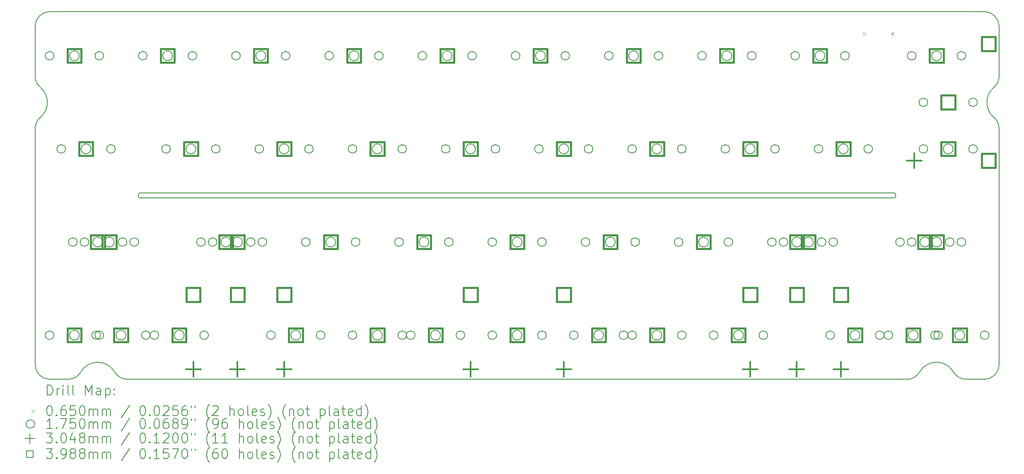
<source format=gbr>
%TF.GenerationSoftware,KiCad,Pcbnew,(6.0.11-0)*%
%TF.CreationDate,2023-07-30T15:38:39+09:00*%
%TF.ProjectId,Tiny Dimply Qazy,54696e79-2044-4696-9d70-6c792051617a,rev?*%
%TF.SameCoordinates,Original*%
%TF.FileFunction,Drillmap*%
%TF.FilePolarity,Positive*%
%FSLAX45Y45*%
G04 Gerber Fmt 4.5, Leading zero omitted, Abs format (unit mm)*
G04 Created by KiCad (PCBNEW (6.0.11-0)) date 2023-07-30 15:38:39*
%MOMM*%
%LPD*%
G01*
G04 APERTURE LIST*
%ADD10C,0.200000*%
%ADD11C,0.065000*%
%ADD12C,0.175000*%
%ADD13C,0.304800*%
%ADD14C,0.398780*%
G04 APERTURE END LIST*
D10*
X8116875Y-10319100D02*
G75*
G03*
X8116875Y-10319100I-100000J0D01*
G01*
X6260937Y-9316597D02*
G75*
G03*
X6230937Y-9346600I3J-30003D01*
G01*
X4418750Y-13126600D02*
X4791282Y-13126600D01*
X12403125Y-12224100D02*
G75*
G03*
X12403125Y-12224100I-100000J0D01*
G01*
X8355000Y-10319100D02*
G75*
G03*
X8355000Y-10319100I-100000J0D01*
G01*
X5743910Y-12976600D02*
G75*
G03*
X5051090Y-12976600I-346410J-200000D01*
G01*
X13117500Y-8414100D02*
G75*
G03*
X13117500Y-8414100I-100000J0D01*
G01*
X19785000Y-10319100D02*
G75*
G03*
X19785000Y-10319100I-100000J0D01*
G01*
X22888912Y-12976599D02*
G75*
G03*
X23148718Y-13126600I259808J149999D01*
G01*
X23821250Y-5906600D02*
G75*
G03*
X23521250Y-5606600I-300000J0D01*
G01*
X8831250Y-6509100D02*
G75*
G03*
X8831250Y-6509100I-100000J0D01*
G01*
X5021250Y-6509100D02*
G75*
G03*
X5021250Y-6509100I-100000J0D01*
G01*
X23148718Y-13126600D02*
X23521250Y-13126600D01*
X16927500Y-8414100D02*
G75*
G03*
X16927500Y-8414100I-100000J0D01*
G01*
X11212500Y-8414100D02*
G75*
G03*
X11212500Y-8414100I-100000J0D01*
G01*
X23521250Y-13126600D02*
G75*
G03*
X23821250Y-12826600I0J300000D01*
G01*
X4225893Y-7767994D02*
G75*
G03*
X4225893Y-7155206I-257143J306394D01*
G01*
X21709062Y-9386600D02*
X21709062Y-9346600D01*
X22642500Y-10319100D02*
G75*
G03*
X22642500Y-10319100I-100000J0D01*
G01*
X4118750Y-6925410D02*
G75*
G03*
X4225893Y-7155206I300000J0D01*
G01*
X22642500Y-6509100D02*
G75*
G03*
X22642500Y-6509100I-100000J0D01*
G01*
X16927500Y-12224100D02*
G75*
G03*
X16927500Y-12224100I-100000J0D01*
G01*
X4225893Y-7767994D02*
G75*
G03*
X4118750Y-7997790I192857J-229796D01*
G01*
X4118750Y-5906600D02*
X4118750Y-6925410D01*
X22166250Y-12224100D02*
G75*
G03*
X22166250Y-12224100I-100000J0D01*
G01*
X12641250Y-6509100D02*
G75*
G03*
X12641250Y-6509100I-100000J0D01*
G01*
X18832500Y-8414100D02*
G75*
G03*
X18832500Y-8414100I-100000J0D01*
G01*
X22404375Y-10319100D02*
G75*
G03*
X22404375Y-10319100I-100000J0D01*
G01*
X4791282Y-13126602D02*
G75*
G03*
X5051090Y-12976600I-2J300002D01*
G01*
X11212500Y-12224100D02*
G75*
G03*
X11212500Y-12224100I-100000J0D01*
G01*
X15736875Y-12224100D02*
G75*
G03*
X15736875Y-12224100I-100000J0D01*
G01*
X23821250Y-12826600D02*
X23821250Y-7997790D01*
X22888910Y-12976600D02*
G75*
G03*
X22196090Y-12976600I-346410J-200000D01*
G01*
X5743912Y-12976599D02*
G75*
G03*
X6003717Y-13126600I259808J149999D01*
G01*
X6260937Y-9416600D02*
X21679062Y-9416600D01*
X20737500Y-8414100D02*
G75*
G03*
X20737500Y-8414100I-100000J0D01*
G01*
X20023125Y-10319100D02*
G75*
G03*
X20023125Y-10319100I-100000J0D01*
G01*
X12165000Y-10319100D02*
G75*
G03*
X12165000Y-10319100I-100000J0D01*
G01*
X5497500Y-10319100D02*
G75*
G03*
X5497500Y-10319100I-100000J0D01*
G01*
X4418750Y-5606600D02*
G75*
G03*
X4118750Y-5906600I0J-300000D01*
G01*
X21709060Y-9346600D02*
G75*
G03*
X21679062Y-9316600I-30000J0D01*
G01*
X16451250Y-6509100D02*
G75*
G03*
X16451250Y-6509100I-100000J0D01*
G01*
X7164375Y-12224100D02*
G75*
G03*
X7164375Y-12224100I-100000J0D01*
G01*
X18594375Y-12224100D02*
G75*
G03*
X18594375Y-12224100I-100000J0D01*
G01*
X14546250Y-6509100D02*
G75*
G03*
X14546250Y-6509100I-100000J0D01*
G01*
X23714107Y-7155206D02*
G75*
G03*
X23821250Y-6925410I-192857J229796D01*
G01*
X6003717Y-13126600D02*
X21936283Y-13126600D01*
X5021250Y-12224100D02*
G75*
G03*
X5021250Y-12224100I-100000J0D01*
G01*
X9307500Y-8414100D02*
G75*
G03*
X9307500Y-8414100I-100000J0D01*
G01*
X23118750Y-12224100D02*
G75*
G03*
X23118750Y-12224100I-100000J0D01*
G01*
X14070000Y-10319100D02*
G75*
G03*
X14070000Y-10319100I-100000J0D01*
G01*
X17880000Y-10319100D02*
G75*
G03*
X17880000Y-10319100I-100000J0D01*
G01*
X20975625Y-12224100D02*
G75*
G03*
X20975625Y-12224100I-100000J0D01*
G01*
X6230937Y-9346600D02*
X6230937Y-9386600D01*
X18356250Y-6509100D02*
G75*
G03*
X18356250Y-6509100I-100000J0D01*
G01*
X23821250Y-7997790D02*
G75*
G03*
X23714107Y-7767994I-300000J0D01*
G01*
X10736250Y-6509100D02*
G75*
G03*
X10736250Y-6509100I-100000J0D01*
G01*
X5973750Y-12224100D02*
G75*
G03*
X5973750Y-12224100I-100000J0D01*
G01*
X4118750Y-12826600D02*
G75*
G03*
X4418750Y-13126600I300000J0D01*
G01*
X10260000Y-10319100D02*
G75*
G03*
X10260000Y-10319100I-100000J0D01*
G01*
X23521250Y-5606600D02*
X4418750Y-5606600D01*
X23821250Y-6925410D02*
X23821250Y-5906600D01*
X15022500Y-8414100D02*
G75*
G03*
X15022500Y-8414100I-100000J0D01*
G01*
X15975000Y-10319100D02*
G75*
G03*
X15975000Y-10319100I-100000J0D01*
G01*
X9545625Y-12224100D02*
G75*
G03*
X9545625Y-12224100I-100000J0D01*
G01*
X6230940Y-9386600D02*
G75*
G03*
X6260937Y-9416600I30000J0D01*
G01*
X5735625Y-10319100D02*
G75*
G03*
X5735625Y-10319100I-100000J0D01*
G01*
X20261250Y-6509100D02*
G75*
G03*
X20261250Y-6509100I-100000J0D01*
G01*
X5259375Y-8414100D02*
G75*
G03*
X5259375Y-8414100I-100000J0D01*
G01*
X21679062Y-9416602D02*
G75*
G03*
X21709062Y-9386600I-2J30002D01*
G01*
X14070000Y-12224100D02*
G75*
G03*
X14070000Y-12224100I-100000J0D01*
G01*
X4118750Y-7997790D02*
X4118750Y-12826600D01*
X7402500Y-8414100D02*
G75*
G03*
X7402500Y-8414100I-100000J0D01*
G01*
X21679062Y-9316600D02*
X6260937Y-9316600D01*
X22880625Y-8414100D02*
G75*
G03*
X22880625Y-8414100I-100000J0D01*
G01*
X6926250Y-6509100D02*
G75*
G03*
X6926250Y-6509100I-100000J0D01*
G01*
X21936283Y-13126602D02*
G75*
G03*
X22196090Y-12976600I-3J300002D01*
G01*
X23714107Y-7155206D02*
G75*
G03*
X23714107Y-7767994I257143J-306394D01*
G01*
D11*
X21030375Y-6021875D02*
X21095375Y-6086875D01*
X21095375Y-6021875D02*
X21030375Y-6086875D01*
X21608375Y-6021875D02*
X21673375Y-6086875D01*
X21673375Y-6021875D02*
X21608375Y-6086875D01*
D12*
X4500750Y-6508750D02*
G75*
G03*
X4500750Y-6508750I-87500J0D01*
G01*
X4500750Y-12223750D02*
G75*
G03*
X4500750Y-12223750I-87500J0D01*
G01*
X4738875Y-8413750D02*
G75*
G03*
X4738875Y-8413750I-87500J0D01*
G01*
X4977000Y-10318750D02*
G75*
G03*
X4977000Y-10318750I-87500J0D01*
G01*
X5215125Y-10318750D02*
G75*
G03*
X5215125Y-10318750I-87500J0D01*
G01*
X5453250Y-12223750D02*
G75*
G03*
X5453250Y-12223750I-87500J0D01*
G01*
X5516750Y-6508750D02*
G75*
G03*
X5516750Y-6508750I-87500J0D01*
G01*
X5516750Y-12223750D02*
G75*
G03*
X5516750Y-12223750I-87500J0D01*
G01*
X5754875Y-8413750D02*
G75*
G03*
X5754875Y-8413750I-87500J0D01*
G01*
X5993000Y-10318750D02*
G75*
G03*
X5993000Y-10318750I-87500J0D01*
G01*
X6231125Y-10318750D02*
G75*
G03*
X6231125Y-10318750I-87500J0D01*
G01*
X6405750Y-6508750D02*
G75*
G03*
X6405750Y-6508750I-87500J0D01*
G01*
X6469250Y-12223750D02*
G75*
G03*
X6469250Y-12223750I-87500J0D01*
G01*
X6643875Y-12223750D02*
G75*
G03*
X6643875Y-12223750I-87500J0D01*
G01*
X6882000Y-8413750D02*
G75*
G03*
X6882000Y-8413750I-87500J0D01*
G01*
X7421750Y-6508750D02*
G75*
G03*
X7421750Y-6508750I-87500J0D01*
G01*
X7596375Y-10318750D02*
G75*
G03*
X7596375Y-10318750I-87500J0D01*
G01*
X7659875Y-12223750D02*
G75*
G03*
X7659875Y-12223750I-87500J0D01*
G01*
X7834500Y-10318750D02*
G75*
G03*
X7834500Y-10318750I-87500J0D01*
G01*
X7898000Y-8413750D02*
G75*
G03*
X7898000Y-8413750I-87500J0D01*
G01*
X8310750Y-6508750D02*
G75*
G03*
X8310750Y-6508750I-87500J0D01*
G01*
X8612375Y-10318750D02*
G75*
G03*
X8612375Y-10318750I-87500J0D01*
G01*
X8787000Y-8413750D02*
G75*
G03*
X8787000Y-8413750I-87500J0D01*
G01*
X8850500Y-10318750D02*
G75*
G03*
X8850500Y-10318750I-87500J0D01*
G01*
X9025125Y-12223750D02*
G75*
G03*
X9025125Y-12223750I-87500J0D01*
G01*
X9326750Y-6508750D02*
G75*
G03*
X9326750Y-6508750I-87500J0D01*
G01*
X9739500Y-10318750D02*
G75*
G03*
X9739500Y-10318750I-87500J0D01*
G01*
X9803000Y-8413750D02*
G75*
G03*
X9803000Y-8413750I-87500J0D01*
G01*
X10041125Y-12223750D02*
G75*
G03*
X10041125Y-12223750I-87500J0D01*
G01*
X10215750Y-6508750D02*
G75*
G03*
X10215750Y-6508750I-87500J0D01*
G01*
X10692000Y-8413750D02*
G75*
G03*
X10692000Y-8413750I-87500J0D01*
G01*
X10692000Y-12223750D02*
G75*
G03*
X10692000Y-12223750I-87500J0D01*
G01*
X10755500Y-10318750D02*
G75*
G03*
X10755500Y-10318750I-87500J0D01*
G01*
X11231750Y-6508750D02*
G75*
G03*
X11231750Y-6508750I-87500J0D01*
G01*
X11644500Y-10318750D02*
G75*
G03*
X11644500Y-10318750I-87500J0D01*
G01*
X11708000Y-8413750D02*
G75*
G03*
X11708000Y-8413750I-87500J0D01*
G01*
X11708000Y-12223750D02*
G75*
G03*
X11708000Y-12223750I-87500J0D01*
G01*
X11882625Y-12223750D02*
G75*
G03*
X11882625Y-12223750I-87500J0D01*
G01*
X12120750Y-6508750D02*
G75*
G03*
X12120750Y-6508750I-87500J0D01*
G01*
X12597000Y-8413750D02*
G75*
G03*
X12597000Y-8413750I-87500J0D01*
G01*
X12660500Y-10318750D02*
G75*
G03*
X12660500Y-10318750I-87500J0D01*
G01*
X12898625Y-12223750D02*
G75*
G03*
X12898625Y-12223750I-87500J0D01*
G01*
X13136750Y-6508750D02*
G75*
G03*
X13136750Y-6508750I-87500J0D01*
G01*
X13549500Y-10318750D02*
G75*
G03*
X13549500Y-10318750I-87500J0D01*
G01*
X13549500Y-12223750D02*
G75*
G03*
X13549500Y-12223750I-87500J0D01*
G01*
X13549500Y-12223750D02*
G75*
G03*
X13549500Y-12223750I-87500J0D01*
G01*
X13613000Y-8413750D02*
G75*
G03*
X13613000Y-8413750I-87500J0D01*
G01*
X14025750Y-6508750D02*
G75*
G03*
X14025750Y-6508750I-87500J0D01*
G01*
X14502000Y-8413750D02*
G75*
G03*
X14502000Y-8413750I-87500J0D01*
G01*
X14565500Y-10318750D02*
G75*
G03*
X14565500Y-10318750I-87500J0D01*
G01*
X14565500Y-12223750D02*
G75*
G03*
X14565500Y-12223750I-87500J0D01*
G01*
X14565500Y-12223750D02*
G75*
G03*
X14565500Y-12223750I-87500J0D01*
G01*
X15041750Y-6508750D02*
G75*
G03*
X15041750Y-6508750I-87500J0D01*
G01*
X15216375Y-12223750D02*
G75*
G03*
X15216375Y-12223750I-87500J0D01*
G01*
X15454500Y-10318750D02*
G75*
G03*
X15454500Y-10318750I-87500J0D01*
G01*
X15518000Y-8413750D02*
G75*
G03*
X15518000Y-8413750I-87500J0D01*
G01*
X15930750Y-6508750D02*
G75*
G03*
X15930750Y-6508750I-87500J0D01*
G01*
X16232375Y-12223750D02*
G75*
G03*
X16232375Y-12223750I-87500J0D01*
G01*
X16407000Y-8413750D02*
G75*
G03*
X16407000Y-8413750I-87500J0D01*
G01*
X16407000Y-12223750D02*
G75*
G03*
X16407000Y-12223750I-87500J0D01*
G01*
X16470500Y-10318750D02*
G75*
G03*
X16470500Y-10318750I-87500J0D01*
G01*
X16946750Y-6508750D02*
G75*
G03*
X16946750Y-6508750I-87500J0D01*
G01*
X17359500Y-10318750D02*
G75*
G03*
X17359500Y-10318750I-87500J0D01*
G01*
X17423000Y-8413750D02*
G75*
G03*
X17423000Y-8413750I-87500J0D01*
G01*
X17423000Y-12223750D02*
G75*
G03*
X17423000Y-12223750I-87500J0D01*
G01*
X17835750Y-6508750D02*
G75*
G03*
X17835750Y-6508750I-87500J0D01*
G01*
X18073875Y-12223750D02*
G75*
G03*
X18073875Y-12223750I-87500J0D01*
G01*
X18312000Y-8413750D02*
G75*
G03*
X18312000Y-8413750I-87500J0D01*
G01*
X18375500Y-10318750D02*
G75*
G03*
X18375500Y-10318750I-87500J0D01*
G01*
X18851750Y-6508750D02*
G75*
G03*
X18851750Y-6508750I-87500J0D01*
G01*
X19089875Y-12223750D02*
G75*
G03*
X19089875Y-12223750I-87500J0D01*
G01*
X19264500Y-10318750D02*
G75*
G03*
X19264500Y-10318750I-87500J0D01*
G01*
X19328000Y-8413750D02*
G75*
G03*
X19328000Y-8413750I-87500J0D01*
G01*
X19502625Y-10318750D02*
G75*
G03*
X19502625Y-10318750I-87500J0D01*
G01*
X19740750Y-6508750D02*
G75*
G03*
X19740750Y-6508750I-87500J0D01*
G01*
X20217000Y-8413750D02*
G75*
G03*
X20217000Y-8413750I-87500J0D01*
G01*
X20280500Y-10318750D02*
G75*
G03*
X20280500Y-10318750I-87500J0D01*
G01*
X20455125Y-12223750D02*
G75*
G03*
X20455125Y-12223750I-87500J0D01*
G01*
X20518625Y-10318750D02*
G75*
G03*
X20518625Y-10318750I-87500J0D01*
G01*
X20756750Y-6508750D02*
G75*
G03*
X20756750Y-6508750I-87500J0D01*
G01*
X21233000Y-8413750D02*
G75*
G03*
X21233000Y-8413750I-87500J0D01*
G01*
X21471125Y-12223750D02*
G75*
G03*
X21471125Y-12223750I-87500J0D01*
G01*
X21645750Y-12223750D02*
G75*
G03*
X21645750Y-12223750I-87500J0D01*
G01*
X21883875Y-10318750D02*
G75*
G03*
X21883875Y-10318750I-87500J0D01*
G01*
X22122000Y-6508750D02*
G75*
G03*
X22122000Y-6508750I-87500J0D01*
G01*
X22122000Y-10318750D02*
G75*
G03*
X22122000Y-10318750I-87500J0D01*
G01*
X22360125Y-7461250D02*
G75*
G03*
X22360125Y-7461250I-87500J0D01*
G01*
X22360125Y-8413750D02*
G75*
G03*
X22360125Y-8413750I-87500J0D01*
G01*
X22598250Y-12223750D02*
G75*
G03*
X22598250Y-12223750I-87500J0D01*
G01*
X22661750Y-12223750D02*
G75*
G03*
X22661750Y-12223750I-87500J0D01*
G01*
X22899875Y-10318750D02*
G75*
G03*
X22899875Y-10318750I-87500J0D01*
G01*
X23138000Y-6508750D02*
G75*
G03*
X23138000Y-6508750I-87500J0D01*
G01*
X23138000Y-10318750D02*
G75*
G03*
X23138000Y-10318750I-87500J0D01*
G01*
X23376125Y-7461250D02*
G75*
G03*
X23376125Y-7461250I-87500J0D01*
G01*
X23376125Y-8413750D02*
G75*
G03*
X23376125Y-8413750I-87500J0D01*
G01*
X23614250Y-12223750D02*
G75*
G03*
X23614250Y-12223750I-87500J0D01*
G01*
D13*
X7352500Y-12769850D02*
X7352500Y-13074650D01*
X7200100Y-12922250D02*
X7504900Y-12922250D01*
X8255000Y-12769850D02*
X8255000Y-13074650D01*
X8102600Y-12922250D02*
X8407400Y-12922250D01*
X9207500Y-12769850D02*
X9207500Y-13074650D01*
X9055100Y-12922250D02*
X9359900Y-12922250D01*
X9207500Y-12769850D02*
X9207500Y-13074650D01*
X9055100Y-12922250D02*
X9359900Y-12922250D01*
X13017500Y-12769850D02*
X13017500Y-13074650D01*
X12865100Y-12922250D02*
X13169900Y-12922250D01*
X14922500Y-12769850D02*
X14922500Y-13074650D01*
X14770100Y-12922250D02*
X15074900Y-12922250D01*
X18732500Y-12769850D02*
X18732500Y-13074650D01*
X18580100Y-12922250D02*
X18884900Y-12922250D01*
X18732500Y-12769850D02*
X18732500Y-13074650D01*
X18580100Y-12922250D02*
X18884900Y-12922250D01*
X19685000Y-12769850D02*
X19685000Y-13074650D01*
X19532600Y-12922250D02*
X19837400Y-12922250D01*
X20587500Y-12769850D02*
X20587500Y-13074650D01*
X20435100Y-12922250D02*
X20739900Y-12922250D01*
X22082125Y-8502650D02*
X22082125Y-8807450D01*
X21929725Y-8655050D02*
X22234525Y-8655050D01*
D14*
X5062241Y-6649741D02*
X5062241Y-6367759D01*
X4780259Y-6367759D01*
X4780259Y-6649741D01*
X5062241Y-6649741D01*
X5062241Y-12364741D02*
X5062241Y-12082759D01*
X4780259Y-12082759D01*
X4780259Y-12364741D01*
X5062241Y-12364741D01*
X5300366Y-8554741D02*
X5300366Y-8272759D01*
X5018384Y-8272759D01*
X5018384Y-8554741D01*
X5300366Y-8554741D01*
X5538491Y-10459741D02*
X5538491Y-10177759D01*
X5256508Y-10177759D01*
X5256508Y-10459741D01*
X5538491Y-10459741D01*
X5776616Y-10459741D02*
X5776616Y-10177759D01*
X5494634Y-10177759D01*
X5494634Y-10459741D01*
X5776616Y-10459741D01*
X6014741Y-12364741D02*
X6014741Y-12082759D01*
X5732759Y-12082759D01*
X5732759Y-12364741D01*
X6014741Y-12364741D01*
X6967241Y-6649741D02*
X6967241Y-6367759D01*
X6685259Y-6367759D01*
X6685259Y-6649741D01*
X6967241Y-6649741D01*
X7205366Y-12364741D02*
X7205366Y-12082759D01*
X6923384Y-12082759D01*
X6923384Y-12364741D01*
X7205366Y-12364741D01*
X7443491Y-8554741D02*
X7443491Y-8272759D01*
X7161509Y-8272759D01*
X7161509Y-8554741D01*
X7443491Y-8554741D01*
X7493491Y-11539241D02*
X7493491Y-11257259D01*
X7211509Y-11257259D01*
X7211509Y-11539241D01*
X7493491Y-11539241D01*
X8157866Y-10459741D02*
X8157866Y-10177759D01*
X7875883Y-10177759D01*
X7875883Y-10459741D01*
X8157866Y-10459741D01*
X8395991Y-10459741D02*
X8395991Y-10177759D01*
X8114009Y-10177759D01*
X8114009Y-10459741D01*
X8395991Y-10459741D01*
X8395991Y-11539241D02*
X8395991Y-11257259D01*
X8114009Y-11257259D01*
X8114009Y-11539241D01*
X8395991Y-11539241D01*
X8872241Y-6649741D02*
X8872241Y-6367759D01*
X8590259Y-6367759D01*
X8590259Y-6649741D01*
X8872241Y-6649741D01*
X9348491Y-8554741D02*
X9348491Y-8272759D01*
X9066509Y-8272759D01*
X9066509Y-8554741D01*
X9348491Y-8554741D01*
X9348491Y-11539241D02*
X9348491Y-11257259D01*
X9066509Y-11257259D01*
X9066509Y-11539241D01*
X9348491Y-11539241D01*
X9348491Y-11539241D02*
X9348491Y-11257259D01*
X9066509Y-11257259D01*
X9066509Y-11539241D01*
X9348491Y-11539241D01*
X9586616Y-12364741D02*
X9586616Y-12082759D01*
X9304634Y-12082759D01*
X9304634Y-12364741D01*
X9586616Y-12364741D01*
X10300991Y-10459741D02*
X10300991Y-10177759D01*
X10019009Y-10177759D01*
X10019009Y-10459741D01*
X10300991Y-10459741D01*
X10777241Y-6649741D02*
X10777241Y-6367759D01*
X10495259Y-6367759D01*
X10495259Y-6649741D01*
X10777241Y-6649741D01*
X11253491Y-8554741D02*
X11253491Y-8272759D01*
X10971509Y-8272759D01*
X10971509Y-8554741D01*
X11253491Y-8554741D01*
X11253491Y-12364741D02*
X11253491Y-12082759D01*
X10971509Y-12082759D01*
X10971509Y-12364741D01*
X11253491Y-12364741D01*
X12205991Y-10459741D02*
X12205991Y-10177759D01*
X11924009Y-10177759D01*
X11924009Y-10459741D01*
X12205991Y-10459741D01*
X12444116Y-12364741D02*
X12444116Y-12082759D01*
X12162134Y-12082759D01*
X12162134Y-12364741D01*
X12444116Y-12364741D01*
X12682241Y-6649741D02*
X12682241Y-6367759D01*
X12400259Y-6367759D01*
X12400259Y-6649741D01*
X12682241Y-6649741D01*
X13158491Y-8554741D02*
X13158491Y-8272759D01*
X12876509Y-8272759D01*
X12876509Y-8554741D01*
X13158491Y-8554741D01*
X13158491Y-11539241D02*
X13158491Y-11257259D01*
X12876509Y-11257259D01*
X12876509Y-11539241D01*
X13158491Y-11539241D01*
X14110991Y-10459741D02*
X14110991Y-10177759D01*
X13829009Y-10177759D01*
X13829009Y-10459741D01*
X14110991Y-10459741D01*
X14110991Y-12364741D02*
X14110991Y-12082759D01*
X13829009Y-12082759D01*
X13829009Y-12364741D01*
X14110991Y-12364741D01*
X14110991Y-12364741D02*
X14110991Y-12082759D01*
X13829009Y-12082759D01*
X13829009Y-12364741D01*
X14110991Y-12364741D01*
X14587241Y-6649741D02*
X14587241Y-6367759D01*
X14305259Y-6367759D01*
X14305259Y-6649741D01*
X14587241Y-6649741D01*
X15063491Y-8554741D02*
X15063491Y-8272759D01*
X14781509Y-8272759D01*
X14781509Y-8554741D01*
X15063491Y-8554741D01*
X15063491Y-11539241D02*
X15063491Y-11257259D01*
X14781509Y-11257259D01*
X14781509Y-11539241D01*
X15063491Y-11539241D01*
X15777866Y-12364741D02*
X15777866Y-12082759D01*
X15495884Y-12082759D01*
X15495884Y-12364741D01*
X15777866Y-12364741D01*
X16015991Y-10459741D02*
X16015991Y-10177759D01*
X15734009Y-10177759D01*
X15734009Y-10459741D01*
X16015991Y-10459741D01*
X16492241Y-6649741D02*
X16492241Y-6367759D01*
X16210259Y-6367759D01*
X16210259Y-6649741D01*
X16492241Y-6649741D01*
X16968491Y-8554741D02*
X16968491Y-8272759D01*
X16686509Y-8272759D01*
X16686509Y-8554741D01*
X16968491Y-8554741D01*
X16968491Y-12364741D02*
X16968491Y-12082759D01*
X16686509Y-12082759D01*
X16686509Y-12364741D01*
X16968491Y-12364741D01*
X17920991Y-10459741D02*
X17920991Y-10177759D01*
X17639009Y-10177759D01*
X17639009Y-10459741D01*
X17920991Y-10459741D01*
X18397241Y-6649741D02*
X18397241Y-6367759D01*
X18115259Y-6367759D01*
X18115259Y-6649741D01*
X18397241Y-6649741D01*
X18635366Y-12364741D02*
X18635366Y-12082759D01*
X18353384Y-12082759D01*
X18353384Y-12364741D01*
X18635366Y-12364741D01*
X18873491Y-8554741D02*
X18873491Y-8272759D01*
X18591509Y-8272759D01*
X18591509Y-8554741D01*
X18873491Y-8554741D01*
X18873491Y-11539241D02*
X18873491Y-11257259D01*
X18591509Y-11257259D01*
X18591509Y-11539241D01*
X18873491Y-11539241D01*
X18873491Y-11539241D02*
X18873491Y-11257259D01*
X18591509Y-11257259D01*
X18591509Y-11539241D01*
X18873491Y-11539241D01*
X19825991Y-10459741D02*
X19825991Y-10177759D01*
X19544009Y-10177759D01*
X19544009Y-10459741D01*
X19825991Y-10459741D01*
X19825991Y-11539241D02*
X19825991Y-11257259D01*
X19544009Y-11257259D01*
X19544009Y-11539241D01*
X19825991Y-11539241D01*
X20064117Y-10459741D02*
X20064117Y-10177759D01*
X19782134Y-10177759D01*
X19782134Y-10459741D01*
X20064117Y-10459741D01*
X20302241Y-6649741D02*
X20302241Y-6367759D01*
X20020259Y-6367759D01*
X20020259Y-6649741D01*
X20302241Y-6649741D01*
X20728491Y-11539241D02*
X20728491Y-11257259D01*
X20446509Y-11257259D01*
X20446509Y-11539241D01*
X20728491Y-11539241D01*
X20778491Y-8554741D02*
X20778491Y-8272759D01*
X20496509Y-8272759D01*
X20496509Y-8554741D01*
X20778491Y-8554741D01*
X21016616Y-12364741D02*
X21016616Y-12082759D01*
X20734634Y-12082759D01*
X20734634Y-12364741D01*
X21016616Y-12364741D01*
X22207241Y-12364741D02*
X22207241Y-12082759D01*
X21925259Y-12082759D01*
X21925259Y-12364741D01*
X22207241Y-12364741D01*
X22445366Y-10459741D02*
X22445366Y-10177759D01*
X22163384Y-10177759D01*
X22163384Y-10459741D01*
X22445366Y-10459741D01*
X22683491Y-6649741D02*
X22683491Y-6367759D01*
X22401509Y-6367759D01*
X22401509Y-6649741D01*
X22683491Y-6649741D01*
X22683492Y-10459741D02*
X22683492Y-10177759D01*
X22401509Y-10177759D01*
X22401509Y-10459741D01*
X22683492Y-10459741D01*
X22921616Y-7602241D02*
X22921616Y-7320259D01*
X22639634Y-7320259D01*
X22639634Y-7602241D01*
X22921616Y-7602241D01*
X22921616Y-8554741D02*
X22921616Y-8272759D01*
X22639634Y-8272759D01*
X22639634Y-8554741D01*
X22921616Y-8554741D01*
X23159741Y-12364741D02*
X23159741Y-12082759D01*
X22877759Y-12082759D01*
X22877759Y-12364741D01*
X23159741Y-12364741D01*
X23747116Y-6408441D02*
X23747116Y-6126459D01*
X23465134Y-6126459D01*
X23465134Y-6408441D01*
X23747116Y-6408441D01*
X23747116Y-8796041D02*
X23747116Y-8514059D01*
X23465134Y-8514059D01*
X23465134Y-8796041D01*
X23747116Y-8796041D01*
D10*
X4366369Y-13447076D02*
X4366369Y-13247076D01*
X4413988Y-13247076D01*
X4442560Y-13256600D01*
X4461607Y-13275647D01*
X4471131Y-13294695D01*
X4480655Y-13332790D01*
X4480655Y-13361362D01*
X4471131Y-13399457D01*
X4461607Y-13418505D01*
X4442560Y-13437552D01*
X4413988Y-13447076D01*
X4366369Y-13447076D01*
X4566369Y-13447076D02*
X4566369Y-13313743D01*
X4566369Y-13351838D02*
X4575893Y-13332790D01*
X4585417Y-13323266D01*
X4604465Y-13313743D01*
X4623512Y-13313743D01*
X4690179Y-13447076D02*
X4690179Y-13313743D01*
X4690179Y-13247076D02*
X4680655Y-13256600D01*
X4690179Y-13266124D01*
X4699703Y-13256600D01*
X4690179Y-13247076D01*
X4690179Y-13266124D01*
X4813988Y-13447076D02*
X4794941Y-13437552D01*
X4785417Y-13418505D01*
X4785417Y-13247076D01*
X4918750Y-13447076D02*
X4899703Y-13437552D01*
X4890179Y-13418505D01*
X4890179Y-13247076D01*
X5147322Y-13447076D02*
X5147322Y-13247076D01*
X5213988Y-13389933D01*
X5280655Y-13247076D01*
X5280655Y-13447076D01*
X5461607Y-13447076D02*
X5461607Y-13342314D01*
X5452084Y-13323266D01*
X5433036Y-13313743D01*
X5394941Y-13313743D01*
X5375893Y-13323266D01*
X5461607Y-13437552D02*
X5442560Y-13447076D01*
X5394941Y-13447076D01*
X5375893Y-13437552D01*
X5366369Y-13418505D01*
X5366369Y-13399457D01*
X5375893Y-13380409D01*
X5394941Y-13370886D01*
X5442560Y-13370886D01*
X5461607Y-13361362D01*
X5556846Y-13313743D02*
X5556846Y-13513743D01*
X5556846Y-13323266D02*
X5575893Y-13313743D01*
X5613988Y-13313743D01*
X5633036Y-13323266D01*
X5642560Y-13332790D01*
X5652084Y-13351838D01*
X5652084Y-13408981D01*
X5642560Y-13428028D01*
X5633036Y-13437552D01*
X5613988Y-13447076D01*
X5575893Y-13447076D01*
X5556846Y-13437552D01*
X5737798Y-13428028D02*
X5747322Y-13437552D01*
X5737798Y-13447076D01*
X5728274Y-13437552D01*
X5737798Y-13428028D01*
X5737798Y-13447076D01*
X5737798Y-13323266D02*
X5747322Y-13332790D01*
X5737798Y-13342314D01*
X5728274Y-13332790D01*
X5737798Y-13323266D01*
X5737798Y-13342314D01*
D11*
X4043750Y-13744100D02*
X4108750Y-13809100D01*
X4108750Y-13744100D02*
X4043750Y-13809100D01*
D10*
X4404465Y-13667076D02*
X4423512Y-13667076D01*
X4442560Y-13676600D01*
X4452084Y-13686124D01*
X4461607Y-13705171D01*
X4471131Y-13743266D01*
X4471131Y-13790886D01*
X4461607Y-13828981D01*
X4452084Y-13848028D01*
X4442560Y-13857552D01*
X4423512Y-13867076D01*
X4404465Y-13867076D01*
X4385417Y-13857552D01*
X4375893Y-13848028D01*
X4366369Y-13828981D01*
X4356846Y-13790886D01*
X4356846Y-13743266D01*
X4366369Y-13705171D01*
X4375893Y-13686124D01*
X4385417Y-13676600D01*
X4404465Y-13667076D01*
X4556846Y-13848028D02*
X4566369Y-13857552D01*
X4556846Y-13867076D01*
X4547322Y-13857552D01*
X4556846Y-13848028D01*
X4556846Y-13867076D01*
X4737798Y-13667076D02*
X4699703Y-13667076D01*
X4680655Y-13676600D01*
X4671131Y-13686124D01*
X4652084Y-13714695D01*
X4642560Y-13752790D01*
X4642560Y-13828981D01*
X4652084Y-13848028D01*
X4661607Y-13857552D01*
X4680655Y-13867076D01*
X4718750Y-13867076D01*
X4737798Y-13857552D01*
X4747322Y-13848028D01*
X4756846Y-13828981D01*
X4756846Y-13781362D01*
X4747322Y-13762314D01*
X4737798Y-13752790D01*
X4718750Y-13743266D01*
X4680655Y-13743266D01*
X4661607Y-13752790D01*
X4652084Y-13762314D01*
X4642560Y-13781362D01*
X4937798Y-13667076D02*
X4842560Y-13667076D01*
X4833036Y-13762314D01*
X4842560Y-13752790D01*
X4861607Y-13743266D01*
X4909226Y-13743266D01*
X4928274Y-13752790D01*
X4937798Y-13762314D01*
X4947322Y-13781362D01*
X4947322Y-13828981D01*
X4937798Y-13848028D01*
X4928274Y-13857552D01*
X4909226Y-13867076D01*
X4861607Y-13867076D01*
X4842560Y-13857552D01*
X4833036Y-13848028D01*
X5071131Y-13667076D02*
X5090179Y-13667076D01*
X5109226Y-13676600D01*
X5118750Y-13686124D01*
X5128274Y-13705171D01*
X5137798Y-13743266D01*
X5137798Y-13790886D01*
X5128274Y-13828981D01*
X5118750Y-13848028D01*
X5109226Y-13857552D01*
X5090179Y-13867076D01*
X5071131Y-13867076D01*
X5052084Y-13857552D01*
X5042560Y-13848028D01*
X5033036Y-13828981D01*
X5023512Y-13790886D01*
X5023512Y-13743266D01*
X5033036Y-13705171D01*
X5042560Y-13686124D01*
X5052084Y-13676600D01*
X5071131Y-13667076D01*
X5223512Y-13867076D02*
X5223512Y-13733743D01*
X5223512Y-13752790D02*
X5233036Y-13743266D01*
X5252084Y-13733743D01*
X5280655Y-13733743D01*
X5299703Y-13743266D01*
X5309226Y-13762314D01*
X5309226Y-13867076D01*
X5309226Y-13762314D02*
X5318750Y-13743266D01*
X5337798Y-13733743D01*
X5366369Y-13733743D01*
X5385417Y-13743266D01*
X5394941Y-13762314D01*
X5394941Y-13867076D01*
X5490179Y-13867076D02*
X5490179Y-13733743D01*
X5490179Y-13752790D02*
X5499703Y-13743266D01*
X5518750Y-13733743D01*
X5547322Y-13733743D01*
X5566369Y-13743266D01*
X5575893Y-13762314D01*
X5575893Y-13867076D01*
X5575893Y-13762314D02*
X5585417Y-13743266D01*
X5604464Y-13733743D01*
X5633036Y-13733743D01*
X5652084Y-13743266D01*
X5661607Y-13762314D01*
X5661607Y-13867076D01*
X6052084Y-13657552D02*
X5880655Y-13914695D01*
X6309226Y-13667076D02*
X6328274Y-13667076D01*
X6347322Y-13676600D01*
X6356845Y-13686124D01*
X6366369Y-13705171D01*
X6375893Y-13743266D01*
X6375893Y-13790886D01*
X6366369Y-13828981D01*
X6356845Y-13848028D01*
X6347322Y-13857552D01*
X6328274Y-13867076D01*
X6309226Y-13867076D01*
X6290179Y-13857552D01*
X6280655Y-13848028D01*
X6271131Y-13828981D01*
X6261607Y-13790886D01*
X6261607Y-13743266D01*
X6271131Y-13705171D01*
X6280655Y-13686124D01*
X6290179Y-13676600D01*
X6309226Y-13667076D01*
X6461607Y-13848028D02*
X6471131Y-13857552D01*
X6461607Y-13867076D01*
X6452084Y-13857552D01*
X6461607Y-13848028D01*
X6461607Y-13867076D01*
X6594941Y-13667076D02*
X6613988Y-13667076D01*
X6633036Y-13676600D01*
X6642560Y-13686124D01*
X6652084Y-13705171D01*
X6661607Y-13743266D01*
X6661607Y-13790886D01*
X6652084Y-13828981D01*
X6642560Y-13848028D01*
X6633036Y-13857552D01*
X6613988Y-13867076D01*
X6594941Y-13867076D01*
X6575893Y-13857552D01*
X6566369Y-13848028D01*
X6556845Y-13828981D01*
X6547322Y-13790886D01*
X6547322Y-13743266D01*
X6556845Y-13705171D01*
X6566369Y-13686124D01*
X6575893Y-13676600D01*
X6594941Y-13667076D01*
X6737798Y-13686124D02*
X6747322Y-13676600D01*
X6766369Y-13667076D01*
X6813988Y-13667076D01*
X6833036Y-13676600D01*
X6842560Y-13686124D01*
X6852084Y-13705171D01*
X6852084Y-13724219D01*
X6842560Y-13752790D01*
X6728274Y-13867076D01*
X6852084Y-13867076D01*
X7033036Y-13667076D02*
X6937798Y-13667076D01*
X6928274Y-13762314D01*
X6937798Y-13752790D01*
X6956845Y-13743266D01*
X7004464Y-13743266D01*
X7023512Y-13752790D01*
X7033036Y-13762314D01*
X7042560Y-13781362D01*
X7042560Y-13828981D01*
X7033036Y-13848028D01*
X7023512Y-13857552D01*
X7004464Y-13867076D01*
X6956845Y-13867076D01*
X6937798Y-13857552D01*
X6928274Y-13848028D01*
X7213988Y-13667076D02*
X7175893Y-13667076D01*
X7156845Y-13676600D01*
X7147322Y-13686124D01*
X7128274Y-13714695D01*
X7118750Y-13752790D01*
X7118750Y-13828981D01*
X7128274Y-13848028D01*
X7137798Y-13857552D01*
X7156845Y-13867076D01*
X7194941Y-13867076D01*
X7213988Y-13857552D01*
X7223512Y-13848028D01*
X7233036Y-13828981D01*
X7233036Y-13781362D01*
X7223512Y-13762314D01*
X7213988Y-13752790D01*
X7194941Y-13743266D01*
X7156845Y-13743266D01*
X7137798Y-13752790D01*
X7128274Y-13762314D01*
X7118750Y-13781362D01*
X7309226Y-13667076D02*
X7309226Y-13705171D01*
X7385417Y-13667076D02*
X7385417Y-13705171D01*
X7680655Y-13943266D02*
X7671131Y-13933743D01*
X7652084Y-13905171D01*
X7642560Y-13886124D01*
X7633036Y-13857552D01*
X7623512Y-13809933D01*
X7623512Y-13771838D01*
X7633036Y-13724219D01*
X7642560Y-13695647D01*
X7652084Y-13676600D01*
X7671131Y-13648028D01*
X7680655Y-13638505D01*
X7747322Y-13686124D02*
X7756845Y-13676600D01*
X7775893Y-13667076D01*
X7823512Y-13667076D01*
X7842560Y-13676600D01*
X7852084Y-13686124D01*
X7861607Y-13705171D01*
X7861607Y-13724219D01*
X7852084Y-13752790D01*
X7737798Y-13867076D01*
X7861607Y-13867076D01*
X8099703Y-13867076D02*
X8099703Y-13667076D01*
X8185417Y-13867076D02*
X8185417Y-13762314D01*
X8175893Y-13743266D01*
X8156845Y-13733743D01*
X8128274Y-13733743D01*
X8109226Y-13743266D01*
X8099703Y-13752790D01*
X8309226Y-13867076D02*
X8290179Y-13857552D01*
X8280655Y-13848028D01*
X8271131Y-13828981D01*
X8271131Y-13771838D01*
X8280655Y-13752790D01*
X8290179Y-13743266D01*
X8309226Y-13733743D01*
X8337798Y-13733743D01*
X8356845Y-13743266D01*
X8366369Y-13752790D01*
X8375893Y-13771838D01*
X8375893Y-13828981D01*
X8366369Y-13848028D01*
X8356845Y-13857552D01*
X8337798Y-13867076D01*
X8309226Y-13867076D01*
X8490179Y-13867076D02*
X8471131Y-13857552D01*
X8461607Y-13838505D01*
X8461607Y-13667076D01*
X8642560Y-13857552D02*
X8623512Y-13867076D01*
X8585417Y-13867076D01*
X8566369Y-13857552D01*
X8556846Y-13838505D01*
X8556846Y-13762314D01*
X8566369Y-13743266D01*
X8585417Y-13733743D01*
X8623512Y-13733743D01*
X8642560Y-13743266D01*
X8652084Y-13762314D01*
X8652084Y-13781362D01*
X8556846Y-13800409D01*
X8728274Y-13857552D02*
X8747322Y-13867076D01*
X8785417Y-13867076D01*
X8804465Y-13857552D01*
X8813988Y-13838505D01*
X8813988Y-13828981D01*
X8804465Y-13809933D01*
X8785417Y-13800409D01*
X8756846Y-13800409D01*
X8737798Y-13790886D01*
X8728274Y-13771838D01*
X8728274Y-13762314D01*
X8737798Y-13743266D01*
X8756846Y-13733743D01*
X8785417Y-13733743D01*
X8804465Y-13743266D01*
X8880655Y-13943266D02*
X8890179Y-13933743D01*
X8909226Y-13905171D01*
X8918750Y-13886124D01*
X8928274Y-13857552D01*
X8937798Y-13809933D01*
X8937798Y-13771838D01*
X8928274Y-13724219D01*
X8918750Y-13695647D01*
X8909226Y-13676600D01*
X8890179Y-13648028D01*
X8880655Y-13638505D01*
X9242560Y-13943266D02*
X9233036Y-13933743D01*
X9213988Y-13905171D01*
X9204465Y-13886124D01*
X9194941Y-13857552D01*
X9185417Y-13809933D01*
X9185417Y-13771838D01*
X9194941Y-13724219D01*
X9204465Y-13695647D01*
X9213988Y-13676600D01*
X9233036Y-13648028D01*
X9242560Y-13638505D01*
X9318750Y-13733743D02*
X9318750Y-13867076D01*
X9318750Y-13752790D02*
X9328274Y-13743266D01*
X9347322Y-13733743D01*
X9375893Y-13733743D01*
X9394941Y-13743266D01*
X9404465Y-13762314D01*
X9404465Y-13867076D01*
X9528274Y-13867076D02*
X9509226Y-13857552D01*
X9499703Y-13848028D01*
X9490179Y-13828981D01*
X9490179Y-13771838D01*
X9499703Y-13752790D01*
X9509226Y-13743266D01*
X9528274Y-13733743D01*
X9556846Y-13733743D01*
X9575893Y-13743266D01*
X9585417Y-13752790D01*
X9594941Y-13771838D01*
X9594941Y-13828981D01*
X9585417Y-13848028D01*
X9575893Y-13857552D01*
X9556846Y-13867076D01*
X9528274Y-13867076D01*
X9652084Y-13733743D02*
X9728274Y-13733743D01*
X9680655Y-13667076D02*
X9680655Y-13838505D01*
X9690179Y-13857552D01*
X9709226Y-13867076D01*
X9728274Y-13867076D01*
X9947322Y-13733743D02*
X9947322Y-13933743D01*
X9947322Y-13743266D02*
X9966369Y-13733743D01*
X10004465Y-13733743D01*
X10023512Y-13743266D01*
X10033036Y-13752790D01*
X10042560Y-13771838D01*
X10042560Y-13828981D01*
X10033036Y-13848028D01*
X10023512Y-13857552D01*
X10004465Y-13867076D01*
X9966369Y-13867076D01*
X9947322Y-13857552D01*
X10156846Y-13867076D02*
X10137798Y-13857552D01*
X10128274Y-13838505D01*
X10128274Y-13667076D01*
X10318750Y-13867076D02*
X10318750Y-13762314D01*
X10309226Y-13743266D01*
X10290179Y-13733743D01*
X10252084Y-13733743D01*
X10233036Y-13743266D01*
X10318750Y-13857552D02*
X10299703Y-13867076D01*
X10252084Y-13867076D01*
X10233036Y-13857552D01*
X10223512Y-13838505D01*
X10223512Y-13819457D01*
X10233036Y-13800409D01*
X10252084Y-13790886D01*
X10299703Y-13790886D01*
X10318750Y-13781362D01*
X10385417Y-13733743D02*
X10461607Y-13733743D01*
X10413988Y-13667076D02*
X10413988Y-13838505D01*
X10423512Y-13857552D01*
X10442560Y-13867076D01*
X10461607Y-13867076D01*
X10604465Y-13857552D02*
X10585417Y-13867076D01*
X10547322Y-13867076D01*
X10528274Y-13857552D01*
X10518750Y-13838505D01*
X10518750Y-13762314D01*
X10528274Y-13743266D01*
X10547322Y-13733743D01*
X10585417Y-13733743D01*
X10604465Y-13743266D01*
X10613988Y-13762314D01*
X10613988Y-13781362D01*
X10518750Y-13800409D01*
X10785417Y-13867076D02*
X10785417Y-13667076D01*
X10785417Y-13857552D02*
X10766369Y-13867076D01*
X10728274Y-13867076D01*
X10709226Y-13857552D01*
X10699703Y-13848028D01*
X10690179Y-13828981D01*
X10690179Y-13771838D01*
X10699703Y-13752790D01*
X10709226Y-13743266D01*
X10728274Y-13733743D01*
X10766369Y-13733743D01*
X10785417Y-13743266D01*
X10861607Y-13943266D02*
X10871131Y-13933743D01*
X10890179Y-13905171D01*
X10899703Y-13886124D01*
X10909226Y-13857552D01*
X10918750Y-13809933D01*
X10918750Y-13771838D01*
X10909226Y-13724219D01*
X10899703Y-13695647D01*
X10890179Y-13676600D01*
X10871131Y-13648028D01*
X10861607Y-13638505D01*
D12*
X4108750Y-14040600D02*
G75*
G03*
X4108750Y-14040600I-87500J0D01*
G01*
D10*
X4471131Y-14131076D02*
X4356846Y-14131076D01*
X4413988Y-14131076D02*
X4413988Y-13931076D01*
X4394941Y-13959647D01*
X4375893Y-13978695D01*
X4356846Y-13988219D01*
X4556846Y-14112028D02*
X4566369Y-14121552D01*
X4556846Y-14131076D01*
X4547322Y-14121552D01*
X4556846Y-14112028D01*
X4556846Y-14131076D01*
X4633036Y-13931076D02*
X4766369Y-13931076D01*
X4680655Y-14131076D01*
X4937798Y-13931076D02*
X4842560Y-13931076D01*
X4833036Y-14026314D01*
X4842560Y-14016790D01*
X4861607Y-14007266D01*
X4909226Y-14007266D01*
X4928274Y-14016790D01*
X4937798Y-14026314D01*
X4947322Y-14045362D01*
X4947322Y-14092981D01*
X4937798Y-14112028D01*
X4928274Y-14121552D01*
X4909226Y-14131076D01*
X4861607Y-14131076D01*
X4842560Y-14121552D01*
X4833036Y-14112028D01*
X5071131Y-13931076D02*
X5090179Y-13931076D01*
X5109226Y-13940600D01*
X5118750Y-13950124D01*
X5128274Y-13969171D01*
X5137798Y-14007266D01*
X5137798Y-14054886D01*
X5128274Y-14092981D01*
X5118750Y-14112028D01*
X5109226Y-14121552D01*
X5090179Y-14131076D01*
X5071131Y-14131076D01*
X5052084Y-14121552D01*
X5042560Y-14112028D01*
X5033036Y-14092981D01*
X5023512Y-14054886D01*
X5023512Y-14007266D01*
X5033036Y-13969171D01*
X5042560Y-13950124D01*
X5052084Y-13940600D01*
X5071131Y-13931076D01*
X5223512Y-14131076D02*
X5223512Y-13997743D01*
X5223512Y-14016790D02*
X5233036Y-14007266D01*
X5252084Y-13997743D01*
X5280655Y-13997743D01*
X5299703Y-14007266D01*
X5309226Y-14026314D01*
X5309226Y-14131076D01*
X5309226Y-14026314D02*
X5318750Y-14007266D01*
X5337798Y-13997743D01*
X5366369Y-13997743D01*
X5385417Y-14007266D01*
X5394941Y-14026314D01*
X5394941Y-14131076D01*
X5490179Y-14131076D02*
X5490179Y-13997743D01*
X5490179Y-14016790D02*
X5499703Y-14007266D01*
X5518750Y-13997743D01*
X5547322Y-13997743D01*
X5566369Y-14007266D01*
X5575893Y-14026314D01*
X5575893Y-14131076D01*
X5575893Y-14026314D02*
X5585417Y-14007266D01*
X5604464Y-13997743D01*
X5633036Y-13997743D01*
X5652084Y-14007266D01*
X5661607Y-14026314D01*
X5661607Y-14131076D01*
X6052084Y-13921552D02*
X5880655Y-14178695D01*
X6309226Y-13931076D02*
X6328274Y-13931076D01*
X6347322Y-13940600D01*
X6356845Y-13950124D01*
X6366369Y-13969171D01*
X6375893Y-14007266D01*
X6375893Y-14054886D01*
X6366369Y-14092981D01*
X6356845Y-14112028D01*
X6347322Y-14121552D01*
X6328274Y-14131076D01*
X6309226Y-14131076D01*
X6290179Y-14121552D01*
X6280655Y-14112028D01*
X6271131Y-14092981D01*
X6261607Y-14054886D01*
X6261607Y-14007266D01*
X6271131Y-13969171D01*
X6280655Y-13950124D01*
X6290179Y-13940600D01*
X6309226Y-13931076D01*
X6461607Y-14112028D02*
X6471131Y-14121552D01*
X6461607Y-14131076D01*
X6452084Y-14121552D01*
X6461607Y-14112028D01*
X6461607Y-14131076D01*
X6594941Y-13931076D02*
X6613988Y-13931076D01*
X6633036Y-13940600D01*
X6642560Y-13950124D01*
X6652084Y-13969171D01*
X6661607Y-14007266D01*
X6661607Y-14054886D01*
X6652084Y-14092981D01*
X6642560Y-14112028D01*
X6633036Y-14121552D01*
X6613988Y-14131076D01*
X6594941Y-14131076D01*
X6575893Y-14121552D01*
X6566369Y-14112028D01*
X6556845Y-14092981D01*
X6547322Y-14054886D01*
X6547322Y-14007266D01*
X6556845Y-13969171D01*
X6566369Y-13950124D01*
X6575893Y-13940600D01*
X6594941Y-13931076D01*
X6833036Y-13931076D02*
X6794941Y-13931076D01*
X6775893Y-13940600D01*
X6766369Y-13950124D01*
X6747322Y-13978695D01*
X6737798Y-14016790D01*
X6737798Y-14092981D01*
X6747322Y-14112028D01*
X6756845Y-14121552D01*
X6775893Y-14131076D01*
X6813988Y-14131076D01*
X6833036Y-14121552D01*
X6842560Y-14112028D01*
X6852084Y-14092981D01*
X6852084Y-14045362D01*
X6842560Y-14026314D01*
X6833036Y-14016790D01*
X6813988Y-14007266D01*
X6775893Y-14007266D01*
X6756845Y-14016790D01*
X6747322Y-14026314D01*
X6737798Y-14045362D01*
X6966369Y-14016790D02*
X6947322Y-14007266D01*
X6937798Y-13997743D01*
X6928274Y-13978695D01*
X6928274Y-13969171D01*
X6937798Y-13950124D01*
X6947322Y-13940600D01*
X6966369Y-13931076D01*
X7004464Y-13931076D01*
X7023512Y-13940600D01*
X7033036Y-13950124D01*
X7042560Y-13969171D01*
X7042560Y-13978695D01*
X7033036Y-13997743D01*
X7023512Y-14007266D01*
X7004464Y-14016790D01*
X6966369Y-14016790D01*
X6947322Y-14026314D01*
X6937798Y-14035838D01*
X6928274Y-14054886D01*
X6928274Y-14092981D01*
X6937798Y-14112028D01*
X6947322Y-14121552D01*
X6966369Y-14131076D01*
X7004464Y-14131076D01*
X7023512Y-14121552D01*
X7033036Y-14112028D01*
X7042560Y-14092981D01*
X7042560Y-14054886D01*
X7033036Y-14035838D01*
X7023512Y-14026314D01*
X7004464Y-14016790D01*
X7137798Y-14131076D02*
X7175893Y-14131076D01*
X7194941Y-14121552D01*
X7204464Y-14112028D01*
X7223512Y-14083457D01*
X7233036Y-14045362D01*
X7233036Y-13969171D01*
X7223512Y-13950124D01*
X7213988Y-13940600D01*
X7194941Y-13931076D01*
X7156845Y-13931076D01*
X7137798Y-13940600D01*
X7128274Y-13950124D01*
X7118750Y-13969171D01*
X7118750Y-14016790D01*
X7128274Y-14035838D01*
X7137798Y-14045362D01*
X7156845Y-14054886D01*
X7194941Y-14054886D01*
X7213988Y-14045362D01*
X7223512Y-14035838D01*
X7233036Y-14016790D01*
X7309226Y-13931076D02*
X7309226Y-13969171D01*
X7385417Y-13931076D02*
X7385417Y-13969171D01*
X7680655Y-14207266D02*
X7671131Y-14197743D01*
X7652084Y-14169171D01*
X7642560Y-14150124D01*
X7633036Y-14121552D01*
X7623512Y-14073933D01*
X7623512Y-14035838D01*
X7633036Y-13988219D01*
X7642560Y-13959647D01*
X7652084Y-13940600D01*
X7671131Y-13912028D01*
X7680655Y-13902505D01*
X7766369Y-14131076D02*
X7804464Y-14131076D01*
X7823512Y-14121552D01*
X7833036Y-14112028D01*
X7852084Y-14083457D01*
X7861607Y-14045362D01*
X7861607Y-13969171D01*
X7852084Y-13950124D01*
X7842560Y-13940600D01*
X7823512Y-13931076D01*
X7785417Y-13931076D01*
X7766369Y-13940600D01*
X7756845Y-13950124D01*
X7747322Y-13969171D01*
X7747322Y-14016790D01*
X7756845Y-14035838D01*
X7766369Y-14045362D01*
X7785417Y-14054886D01*
X7823512Y-14054886D01*
X7842560Y-14045362D01*
X7852084Y-14035838D01*
X7861607Y-14016790D01*
X8033036Y-13931076D02*
X7994941Y-13931076D01*
X7975893Y-13940600D01*
X7966369Y-13950124D01*
X7947322Y-13978695D01*
X7937798Y-14016790D01*
X7937798Y-14092981D01*
X7947322Y-14112028D01*
X7956845Y-14121552D01*
X7975893Y-14131076D01*
X8013988Y-14131076D01*
X8033036Y-14121552D01*
X8042560Y-14112028D01*
X8052084Y-14092981D01*
X8052084Y-14045362D01*
X8042560Y-14026314D01*
X8033036Y-14016790D01*
X8013988Y-14007266D01*
X7975893Y-14007266D01*
X7956845Y-14016790D01*
X7947322Y-14026314D01*
X7937798Y-14045362D01*
X8290179Y-14131076D02*
X8290179Y-13931076D01*
X8375893Y-14131076D02*
X8375893Y-14026314D01*
X8366369Y-14007266D01*
X8347322Y-13997743D01*
X8318750Y-13997743D01*
X8299703Y-14007266D01*
X8290179Y-14016790D01*
X8499703Y-14131076D02*
X8480655Y-14121552D01*
X8471131Y-14112028D01*
X8461607Y-14092981D01*
X8461607Y-14035838D01*
X8471131Y-14016790D01*
X8480655Y-14007266D01*
X8499703Y-13997743D01*
X8528274Y-13997743D01*
X8547322Y-14007266D01*
X8556846Y-14016790D01*
X8566369Y-14035838D01*
X8566369Y-14092981D01*
X8556846Y-14112028D01*
X8547322Y-14121552D01*
X8528274Y-14131076D01*
X8499703Y-14131076D01*
X8680655Y-14131076D02*
X8661607Y-14121552D01*
X8652084Y-14102505D01*
X8652084Y-13931076D01*
X8833036Y-14121552D02*
X8813988Y-14131076D01*
X8775893Y-14131076D01*
X8756846Y-14121552D01*
X8747322Y-14102505D01*
X8747322Y-14026314D01*
X8756846Y-14007266D01*
X8775893Y-13997743D01*
X8813988Y-13997743D01*
X8833036Y-14007266D01*
X8842560Y-14026314D01*
X8842560Y-14045362D01*
X8747322Y-14064409D01*
X8918750Y-14121552D02*
X8937798Y-14131076D01*
X8975893Y-14131076D01*
X8994941Y-14121552D01*
X9004465Y-14102505D01*
X9004465Y-14092981D01*
X8994941Y-14073933D01*
X8975893Y-14064409D01*
X8947322Y-14064409D01*
X8928274Y-14054886D01*
X8918750Y-14035838D01*
X8918750Y-14026314D01*
X8928274Y-14007266D01*
X8947322Y-13997743D01*
X8975893Y-13997743D01*
X8994941Y-14007266D01*
X9071131Y-14207266D02*
X9080655Y-14197743D01*
X9099703Y-14169171D01*
X9109226Y-14150124D01*
X9118750Y-14121552D01*
X9128274Y-14073933D01*
X9128274Y-14035838D01*
X9118750Y-13988219D01*
X9109226Y-13959647D01*
X9099703Y-13940600D01*
X9080655Y-13912028D01*
X9071131Y-13902505D01*
X9433036Y-14207266D02*
X9423512Y-14197743D01*
X9404465Y-14169171D01*
X9394941Y-14150124D01*
X9385417Y-14121552D01*
X9375893Y-14073933D01*
X9375893Y-14035838D01*
X9385417Y-13988219D01*
X9394941Y-13959647D01*
X9404465Y-13940600D01*
X9423512Y-13912028D01*
X9433036Y-13902505D01*
X9509226Y-13997743D02*
X9509226Y-14131076D01*
X9509226Y-14016790D02*
X9518750Y-14007266D01*
X9537798Y-13997743D01*
X9566369Y-13997743D01*
X9585417Y-14007266D01*
X9594941Y-14026314D01*
X9594941Y-14131076D01*
X9718750Y-14131076D02*
X9699703Y-14121552D01*
X9690179Y-14112028D01*
X9680655Y-14092981D01*
X9680655Y-14035838D01*
X9690179Y-14016790D01*
X9699703Y-14007266D01*
X9718750Y-13997743D01*
X9747322Y-13997743D01*
X9766369Y-14007266D01*
X9775893Y-14016790D01*
X9785417Y-14035838D01*
X9785417Y-14092981D01*
X9775893Y-14112028D01*
X9766369Y-14121552D01*
X9747322Y-14131076D01*
X9718750Y-14131076D01*
X9842560Y-13997743D02*
X9918750Y-13997743D01*
X9871131Y-13931076D02*
X9871131Y-14102505D01*
X9880655Y-14121552D01*
X9899703Y-14131076D01*
X9918750Y-14131076D01*
X10137798Y-13997743D02*
X10137798Y-14197743D01*
X10137798Y-14007266D02*
X10156846Y-13997743D01*
X10194941Y-13997743D01*
X10213988Y-14007266D01*
X10223512Y-14016790D01*
X10233036Y-14035838D01*
X10233036Y-14092981D01*
X10223512Y-14112028D01*
X10213988Y-14121552D01*
X10194941Y-14131076D01*
X10156846Y-14131076D01*
X10137798Y-14121552D01*
X10347322Y-14131076D02*
X10328274Y-14121552D01*
X10318750Y-14102505D01*
X10318750Y-13931076D01*
X10509226Y-14131076D02*
X10509226Y-14026314D01*
X10499703Y-14007266D01*
X10480655Y-13997743D01*
X10442560Y-13997743D01*
X10423512Y-14007266D01*
X10509226Y-14121552D02*
X10490179Y-14131076D01*
X10442560Y-14131076D01*
X10423512Y-14121552D01*
X10413988Y-14102505D01*
X10413988Y-14083457D01*
X10423512Y-14064409D01*
X10442560Y-14054886D01*
X10490179Y-14054886D01*
X10509226Y-14045362D01*
X10575893Y-13997743D02*
X10652084Y-13997743D01*
X10604465Y-13931076D02*
X10604465Y-14102505D01*
X10613988Y-14121552D01*
X10633036Y-14131076D01*
X10652084Y-14131076D01*
X10794941Y-14121552D02*
X10775893Y-14131076D01*
X10737798Y-14131076D01*
X10718750Y-14121552D01*
X10709226Y-14102505D01*
X10709226Y-14026314D01*
X10718750Y-14007266D01*
X10737798Y-13997743D01*
X10775893Y-13997743D01*
X10794941Y-14007266D01*
X10804465Y-14026314D01*
X10804465Y-14045362D01*
X10709226Y-14064409D01*
X10975893Y-14131076D02*
X10975893Y-13931076D01*
X10975893Y-14121552D02*
X10956846Y-14131076D01*
X10918750Y-14131076D01*
X10899703Y-14121552D01*
X10890179Y-14112028D01*
X10880655Y-14092981D01*
X10880655Y-14035838D01*
X10890179Y-14016790D01*
X10899703Y-14007266D01*
X10918750Y-13997743D01*
X10956846Y-13997743D01*
X10975893Y-14007266D01*
X11052084Y-14207266D02*
X11061607Y-14197743D01*
X11080655Y-14169171D01*
X11090179Y-14150124D01*
X11099703Y-14121552D01*
X11109226Y-14073933D01*
X11109226Y-14035838D01*
X11099703Y-13988219D01*
X11090179Y-13959647D01*
X11080655Y-13940600D01*
X11061607Y-13912028D01*
X11052084Y-13902505D01*
X4008750Y-14235600D02*
X4008750Y-14435600D01*
X3908750Y-14335600D02*
X4108750Y-14335600D01*
X4347322Y-14226076D02*
X4471131Y-14226076D01*
X4404465Y-14302266D01*
X4433036Y-14302266D01*
X4452084Y-14311790D01*
X4461607Y-14321314D01*
X4471131Y-14340362D01*
X4471131Y-14387981D01*
X4461607Y-14407028D01*
X4452084Y-14416552D01*
X4433036Y-14426076D01*
X4375893Y-14426076D01*
X4356846Y-14416552D01*
X4347322Y-14407028D01*
X4556846Y-14407028D02*
X4566369Y-14416552D01*
X4556846Y-14426076D01*
X4547322Y-14416552D01*
X4556846Y-14407028D01*
X4556846Y-14426076D01*
X4690179Y-14226076D02*
X4709226Y-14226076D01*
X4728274Y-14235600D01*
X4737798Y-14245124D01*
X4747322Y-14264171D01*
X4756846Y-14302266D01*
X4756846Y-14349886D01*
X4747322Y-14387981D01*
X4737798Y-14407028D01*
X4728274Y-14416552D01*
X4709226Y-14426076D01*
X4690179Y-14426076D01*
X4671131Y-14416552D01*
X4661607Y-14407028D01*
X4652084Y-14387981D01*
X4642560Y-14349886D01*
X4642560Y-14302266D01*
X4652084Y-14264171D01*
X4661607Y-14245124D01*
X4671131Y-14235600D01*
X4690179Y-14226076D01*
X4928274Y-14292743D02*
X4928274Y-14426076D01*
X4880655Y-14216552D02*
X4833036Y-14359409D01*
X4956846Y-14359409D01*
X5061607Y-14311790D02*
X5042560Y-14302266D01*
X5033036Y-14292743D01*
X5023512Y-14273695D01*
X5023512Y-14264171D01*
X5033036Y-14245124D01*
X5042560Y-14235600D01*
X5061607Y-14226076D01*
X5099703Y-14226076D01*
X5118750Y-14235600D01*
X5128274Y-14245124D01*
X5137798Y-14264171D01*
X5137798Y-14273695D01*
X5128274Y-14292743D01*
X5118750Y-14302266D01*
X5099703Y-14311790D01*
X5061607Y-14311790D01*
X5042560Y-14321314D01*
X5033036Y-14330838D01*
X5023512Y-14349886D01*
X5023512Y-14387981D01*
X5033036Y-14407028D01*
X5042560Y-14416552D01*
X5061607Y-14426076D01*
X5099703Y-14426076D01*
X5118750Y-14416552D01*
X5128274Y-14407028D01*
X5137798Y-14387981D01*
X5137798Y-14349886D01*
X5128274Y-14330838D01*
X5118750Y-14321314D01*
X5099703Y-14311790D01*
X5223512Y-14426076D02*
X5223512Y-14292743D01*
X5223512Y-14311790D02*
X5233036Y-14302266D01*
X5252084Y-14292743D01*
X5280655Y-14292743D01*
X5299703Y-14302266D01*
X5309226Y-14321314D01*
X5309226Y-14426076D01*
X5309226Y-14321314D02*
X5318750Y-14302266D01*
X5337798Y-14292743D01*
X5366369Y-14292743D01*
X5385417Y-14302266D01*
X5394941Y-14321314D01*
X5394941Y-14426076D01*
X5490179Y-14426076D02*
X5490179Y-14292743D01*
X5490179Y-14311790D02*
X5499703Y-14302266D01*
X5518750Y-14292743D01*
X5547322Y-14292743D01*
X5566369Y-14302266D01*
X5575893Y-14321314D01*
X5575893Y-14426076D01*
X5575893Y-14321314D02*
X5585417Y-14302266D01*
X5604464Y-14292743D01*
X5633036Y-14292743D01*
X5652084Y-14302266D01*
X5661607Y-14321314D01*
X5661607Y-14426076D01*
X6052084Y-14216552D02*
X5880655Y-14473695D01*
X6309226Y-14226076D02*
X6328274Y-14226076D01*
X6347322Y-14235600D01*
X6356845Y-14245124D01*
X6366369Y-14264171D01*
X6375893Y-14302266D01*
X6375893Y-14349886D01*
X6366369Y-14387981D01*
X6356845Y-14407028D01*
X6347322Y-14416552D01*
X6328274Y-14426076D01*
X6309226Y-14426076D01*
X6290179Y-14416552D01*
X6280655Y-14407028D01*
X6271131Y-14387981D01*
X6261607Y-14349886D01*
X6261607Y-14302266D01*
X6271131Y-14264171D01*
X6280655Y-14245124D01*
X6290179Y-14235600D01*
X6309226Y-14226076D01*
X6461607Y-14407028D02*
X6471131Y-14416552D01*
X6461607Y-14426076D01*
X6452084Y-14416552D01*
X6461607Y-14407028D01*
X6461607Y-14426076D01*
X6661607Y-14426076D02*
X6547322Y-14426076D01*
X6604464Y-14426076D02*
X6604464Y-14226076D01*
X6585417Y-14254647D01*
X6566369Y-14273695D01*
X6547322Y-14283219D01*
X6737798Y-14245124D02*
X6747322Y-14235600D01*
X6766369Y-14226076D01*
X6813988Y-14226076D01*
X6833036Y-14235600D01*
X6842560Y-14245124D01*
X6852084Y-14264171D01*
X6852084Y-14283219D01*
X6842560Y-14311790D01*
X6728274Y-14426076D01*
X6852084Y-14426076D01*
X6975893Y-14226076D02*
X6994941Y-14226076D01*
X7013988Y-14235600D01*
X7023512Y-14245124D01*
X7033036Y-14264171D01*
X7042560Y-14302266D01*
X7042560Y-14349886D01*
X7033036Y-14387981D01*
X7023512Y-14407028D01*
X7013988Y-14416552D01*
X6994941Y-14426076D01*
X6975893Y-14426076D01*
X6956845Y-14416552D01*
X6947322Y-14407028D01*
X6937798Y-14387981D01*
X6928274Y-14349886D01*
X6928274Y-14302266D01*
X6937798Y-14264171D01*
X6947322Y-14245124D01*
X6956845Y-14235600D01*
X6975893Y-14226076D01*
X7166369Y-14226076D02*
X7185417Y-14226076D01*
X7204464Y-14235600D01*
X7213988Y-14245124D01*
X7223512Y-14264171D01*
X7233036Y-14302266D01*
X7233036Y-14349886D01*
X7223512Y-14387981D01*
X7213988Y-14407028D01*
X7204464Y-14416552D01*
X7185417Y-14426076D01*
X7166369Y-14426076D01*
X7147322Y-14416552D01*
X7137798Y-14407028D01*
X7128274Y-14387981D01*
X7118750Y-14349886D01*
X7118750Y-14302266D01*
X7128274Y-14264171D01*
X7137798Y-14245124D01*
X7147322Y-14235600D01*
X7166369Y-14226076D01*
X7309226Y-14226076D02*
X7309226Y-14264171D01*
X7385417Y-14226076D02*
X7385417Y-14264171D01*
X7680655Y-14502266D02*
X7671131Y-14492743D01*
X7652084Y-14464171D01*
X7642560Y-14445124D01*
X7633036Y-14416552D01*
X7623512Y-14368933D01*
X7623512Y-14330838D01*
X7633036Y-14283219D01*
X7642560Y-14254647D01*
X7652084Y-14235600D01*
X7671131Y-14207028D01*
X7680655Y-14197505D01*
X7861607Y-14426076D02*
X7747322Y-14426076D01*
X7804464Y-14426076D02*
X7804464Y-14226076D01*
X7785417Y-14254647D01*
X7766369Y-14273695D01*
X7747322Y-14283219D01*
X8052084Y-14426076D02*
X7937798Y-14426076D01*
X7994941Y-14426076D02*
X7994941Y-14226076D01*
X7975893Y-14254647D01*
X7956845Y-14273695D01*
X7937798Y-14283219D01*
X8290179Y-14426076D02*
X8290179Y-14226076D01*
X8375893Y-14426076D02*
X8375893Y-14321314D01*
X8366369Y-14302266D01*
X8347322Y-14292743D01*
X8318750Y-14292743D01*
X8299703Y-14302266D01*
X8290179Y-14311790D01*
X8499703Y-14426076D02*
X8480655Y-14416552D01*
X8471131Y-14407028D01*
X8461607Y-14387981D01*
X8461607Y-14330838D01*
X8471131Y-14311790D01*
X8480655Y-14302266D01*
X8499703Y-14292743D01*
X8528274Y-14292743D01*
X8547322Y-14302266D01*
X8556846Y-14311790D01*
X8566369Y-14330838D01*
X8566369Y-14387981D01*
X8556846Y-14407028D01*
X8547322Y-14416552D01*
X8528274Y-14426076D01*
X8499703Y-14426076D01*
X8680655Y-14426076D02*
X8661607Y-14416552D01*
X8652084Y-14397505D01*
X8652084Y-14226076D01*
X8833036Y-14416552D02*
X8813988Y-14426076D01*
X8775893Y-14426076D01*
X8756846Y-14416552D01*
X8747322Y-14397505D01*
X8747322Y-14321314D01*
X8756846Y-14302266D01*
X8775893Y-14292743D01*
X8813988Y-14292743D01*
X8833036Y-14302266D01*
X8842560Y-14321314D01*
X8842560Y-14340362D01*
X8747322Y-14359409D01*
X8918750Y-14416552D02*
X8937798Y-14426076D01*
X8975893Y-14426076D01*
X8994941Y-14416552D01*
X9004465Y-14397505D01*
X9004465Y-14387981D01*
X8994941Y-14368933D01*
X8975893Y-14359409D01*
X8947322Y-14359409D01*
X8928274Y-14349886D01*
X8918750Y-14330838D01*
X8918750Y-14321314D01*
X8928274Y-14302266D01*
X8947322Y-14292743D01*
X8975893Y-14292743D01*
X8994941Y-14302266D01*
X9071131Y-14502266D02*
X9080655Y-14492743D01*
X9099703Y-14464171D01*
X9109226Y-14445124D01*
X9118750Y-14416552D01*
X9128274Y-14368933D01*
X9128274Y-14330838D01*
X9118750Y-14283219D01*
X9109226Y-14254647D01*
X9099703Y-14235600D01*
X9080655Y-14207028D01*
X9071131Y-14197505D01*
X9433036Y-14502266D02*
X9423512Y-14492743D01*
X9404465Y-14464171D01*
X9394941Y-14445124D01*
X9385417Y-14416552D01*
X9375893Y-14368933D01*
X9375893Y-14330838D01*
X9385417Y-14283219D01*
X9394941Y-14254647D01*
X9404465Y-14235600D01*
X9423512Y-14207028D01*
X9433036Y-14197505D01*
X9509226Y-14292743D02*
X9509226Y-14426076D01*
X9509226Y-14311790D02*
X9518750Y-14302266D01*
X9537798Y-14292743D01*
X9566369Y-14292743D01*
X9585417Y-14302266D01*
X9594941Y-14321314D01*
X9594941Y-14426076D01*
X9718750Y-14426076D02*
X9699703Y-14416552D01*
X9690179Y-14407028D01*
X9680655Y-14387981D01*
X9680655Y-14330838D01*
X9690179Y-14311790D01*
X9699703Y-14302266D01*
X9718750Y-14292743D01*
X9747322Y-14292743D01*
X9766369Y-14302266D01*
X9775893Y-14311790D01*
X9785417Y-14330838D01*
X9785417Y-14387981D01*
X9775893Y-14407028D01*
X9766369Y-14416552D01*
X9747322Y-14426076D01*
X9718750Y-14426076D01*
X9842560Y-14292743D02*
X9918750Y-14292743D01*
X9871131Y-14226076D02*
X9871131Y-14397505D01*
X9880655Y-14416552D01*
X9899703Y-14426076D01*
X9918750Y-14426076D01*
X10137798Y-14292743D02*
X10137798Y-14492743D01*
X10137798Y-14302266D02*
X10156846Y-14292743D01*
X10194941Y-14292743D01*
X10213988Y-14302266D01*
X10223512Y-14311790D01*
X10233036Y-14330838D01*
X10233036Y-14387981D01*
X10223512Y-14407028D01*
X10213988Y-14416552D01*
X10194941Y-14426076D01*
X10156846Y-14426076D01*
X10137798Y-14416552D01*
X10347322Y-14426076D02*
X10328274Y-14416552D01*
X10318750Y-14397505D01*
X10318750Y-14226076D01*
X10509226Y-14426076D02*
X10509226Y-14321314D01*
X10499703Y-14302266D01*
X10480655Y-14292743D01*
X10442560Y-14292743D01*
X10423512Y-14302266D01*
X10509226Y-14416552D02*
X10490179Y-14426076D01*
X10442560Y-14426076D01*
X10423512Y-14416552D01*
X10413988Y-14397505D01*
X10413988Y-14378457D01*
X10423512Y-14359409D01*
X10442560Y-14349886D01*
X10490179Y-14349886D01*
X10509226Y-14340362D01*
X10575893Y-14292743D02*
X10652084Y-14292743D01*
X10604465Y-14226076D02*
X10604465Y-14397505D01*
X10613988Y-14416552D01*
X10633036Y-14426076D01*
X10652084Y-14426076D01*
X10794941Y-14416552D02*
X10775893Y-14426076D01*
X10737798Y-14426076D01*
X10718750Y-14416552D01*
X10709226Y-14397505D01*
X10709226Y-14321314D01*
X10718750Y-14302266D01*
X10737798Y-14292743D01*
X10775893Y-14292743D01*
X10794941Y-14302266D01*
X10804465Y-14321314D01*
X10804465Y-14340362D01*
X10709226Y-14359409D01*
X10975893Y-14426076D02*
X10975893Y-14226076D01*
X10975893Y-14416552D02*
X10956846Y-14426076D01*
X10918750Y-14426076D01*
X10899703Y-14416552D01*
X10890179Y-14407028D01*
X10880655Y-14387981D01*
X10880655Y-14330838D01*
X10890179Y-14311790D01*
X10899703Y-14302266D01*
X10918750Y-14292743D01*
X10956846Y-14292743D01*
X10975893Y-14302266D01*
X11052084Y-14502266D02*
X11061607Y-14492743D01*
X11080655Y-14464171D01*
X11090179Y-14445124D01*
X11099703Y-14416552D01*
X11109226Y-14368933D01*
X11109226Y-14330838D01*
X11099703Y-14283219D01*
X11090179Y-14254647D01*
X11080655Y-14235600D01*
X11061607Y-14207028D01*
X11052084Y-14197505D01*
X4079462Y-14726311D02*
X4079462Y-14584888D01*
X3938039Y-14584888D01*
X3938039Y-14726311D01*
X4079462Y-14726311D01*
X4347322Y-14546076D02*
X4471131Y-14546076D01*
X4404465Y-14622266D01*
X4433036Y-14622266D01*
X4452084Y-14631790D01*
X4461607Y-14641314D01*
X4471131Y-14660362D01*
X4471131Y-14707981D01*
X4461607Y-14727028D01*
X4452084Y-14736552D01*
X4433036Y-14746076D01*
X4375893Y-14746076D01*
X4356846Y-14736552D01*
X4347322Y-14727028D01*
X4556846Y-14727028D02*
X4566369Y-14736552D01*
X4556846Y-14746076D01*
X4547322Y-14736552D01*
X4556846Y-14727028D01*
X4556846Y-14746076D01*
X4661607Y-14746076D02*
X4699703Y-14746076D01*
X4718750Y-14736552D01*
X4728274Y-14727028D01*
X4747322Y-14698457D01*
X4756846Y-14660362D01*
X4756846Y-14584171D01*
X4747322Y-14565124D01*
X4737798Y-14555600D01*
X4718750Y-14546076D01*
X4680655Y-14546076D01*
X4661607Y-14555600D01*
X4652084Y-14565124D01*
X4642560Y-14584171D01*
X4642560Y-14631790D01*
X4652084Y-14650838D01*
X4661607Y-14660362D01*
X4680655Y-14669886D01*
X4718750Y-14669886D01*
X4737798Y-14660362D01*
X4747322Y-14650838D01*
X4756846Y-14631790D01*
X4871131Y-14631790D02*
X4852084Y-14622266D01*
X4842560Y-14612743D01*
X4833036Y-14593695D01*
X4833036Y-14584171D01*
X4842560Y-14565124D01*
X4852084Y-14555600D01*
X4871131Y-14546076D01*
X4909226Y-14546076D01*
X4928274Y-14555600D01*
X4937798Y-14565124D01*
X4947322Y-14584171D01*
X4947322Y-14593695D01*
X4937798Y-14612743D01*
X4928274Y-14622266D01*
X4909226Y-14631790D01*
X4871131Y-14631790D01*
X4852084Y-14641314D01*
X4842560Y-14650838D01*
X4833036Y-14669886D01*
X4833036Y-14707981D01*
X4842560Y-14727028D01*
X4852084Y-14736552D01*
X4871131Y-14746076D01*
X4909226Y-14746076D01*
X4928274Y-14736552D01*
X4937798Y-14727028D01*
X4947322Y-14707981D01*
X4947322Y-14669886D01*
X4937798Y-14650838D01*
X4928274Y-14641314D01*
X4909226Y-14631790D01*
X5061607Y-14631790D02*
X5042560Y-14622266D01*
X5033036Y-14612743D01*
X5023512Y-14593695D01*
X5023512Y-14584171D01*
X5033036Y-14565124D01*
X5042560Y-14555600D01*
X5061607Y-14546076D01*
X5099703Y-14546076D01*
X5118750Y-14555600D01*
X5128274Y-14565124D01*
X5137798Y-14584171D01*
X5137798Y-14593695D01*
X5128274Y-14612743D01*
X5118750Y-14622266D01*
X5099703Y-14631790D01*
X5061607Y-14631790D01*
X5042560Y-14641314D01*
X5033036Y-14650838D01*
X5023512Y-14669886D01*
X5023512Y-14707981D01*
X5033036Y-14727028D01*
X5042560Y-14736552D01*
X5061607Y-14746076D01*
X5099703Y-14746076D01*
X5118750Y-14736552D01*
X5128274Y-14727028D01*
X5137798Y-14707981D01*
X5137798Y-14669886D01*
X5128274Y-14650838D01*
X5118750Y-14641314D01*
X5099703Y-14631790D01*
X5223512Y-14746076D02*
X5223512Y-14612743D01*
X5223512Y-14631790D02*
X5233036Y-14622266D01*
X5252084Y-14612743D01*
X5280655Y-14612743D01*
X5299703Y-14622266D01*
X5309226Y-14641314D01*
X5309226Y-14746076D01*
X5309226Y-14641314D02*
X5318750Y-14622266D01*
X5337798Y-14612743D01*
X5366369Y-14612743D01*
X5385417Y-14622266D01*
X5394941Y-14641314D01*
X5394941Y-14746076D01*
X5490179Y-14746076D02*
X5490179Y-14612743D01*
X5490179Y-14631790D02*
X5499703Y-14622266D01*
X5518750Y-14612743D01*
X5547322Y-14612743D01*
X5566369Y-14622266D01*
X5575893Y-14641314D01*
X5575893Y-14746076D01*
X5575893Y-14641314D02*
X5585417Y-14622266D01*
X5604464Y-14612743D01*
X5633036Y-14612743D01*
X5652084Y-14622266D01*
X5661607Y-14641314D01*
X5661607Y-14746076D01*
X6052084Y-14536552D02*
X5880655Y-14793695D01*
X6309226Y-14546076D02*
X6328274Y-14546076D01*
X6347322Y-14555600D01*
X6356845Y-14565124D01*
X6366369Y-14584171D01*
X6375893Y-14622266D01*
X6375893Y-14669886D01*
X6366369Y-14707981D01*
X6356845Y-14727028D01*
X6347322Y-14736552D01*
X6328274Y-14746076D01*
X6309226Y-14746076D01*
X6290179Y-14736552D01*
X6280655Y-14727028D01*
X6271131Y-14707981D01*
X6261607Y-14669886D01*
X6261607Y-14622266D01*
X6271131Y-14584171D01*
X6280655Y-14565124D01*
X6290179Y-14555600D01*
X6309226Y-14546076D01*
X6461607Y-14727028D02*
X6471131Y-14736552D01*
X6461607Y-14746076D01*
X6452084Y-14736552D01*
X6461607Y-14727028D01*
X6461607Y-14746076D01*
X6661607Y-14746076D02*
X6547322Y-14746076D01*
X6604464Y-14746076D02*
X6604464Y-14546076D01*
X6585417Y-14574647D01*
X6566369Y-14593695D01*
X6547322Y-14603219D01*
X6842560Y-14546076D02*
X6747322Y-14546076D01*
X6737798Y-14641314D01*
X6747322Y-14631790D01*
X6766369Y-14622266D01*
X6813988Y-14622266D01*
X6833036Y-14631790D01*
X6842560Y-14641314D01*
X6852084Y-14660362D01*
X6852084Y-14707981D01*
X6842560Y-14727028D01*
X6833036Y-14736552D01*
X6813988Y-14746076D01*
X6766369Y-14746076D01*
X6747322Y-14736552D01*
X6737798Y-14727028D01*
X6918750Y-14546076D02*
X7052084Y-14546076D01*
X6966369Y-14746076D01*
X7166369Y-14546076D02*
X7185417Y-14546076D01*
X7204464Y-14555600D01*
X7213988Y-14565124D01*
X7223512Y-14584171D01*
X7233036Y-14622266D01*
X7233036Y-14669886D01*
X7223512Y-14707981D01*
X7213988Y-14727028D01*
X7204464Y-14736552D01*
X7185417Y-14746076D01*
X7166369Y-14746076D01*
X7147322Y-14736552D01*
X7137798Y-14727028D01*
X7128274Y-14707981D01*
X7118750Y-14669886D01*
X7118750Y-14622266D01*
X7128274Y-14584171D01*
X7137798Y-14565124D01*
X7147322Y-14555600D01*
X7166369Y-14546076D01*
X7309226Y-14546076D02*
X7309226Y-14584171D01*
X7385417Y-14546076D02*
X7385417Y-14584171D01*
X7680655Y-14822266D02*
X7671131Y-14812743D01*
X7652084Y-14784171D01*
X7642560Y-14765124D01*
X7633036Y-14736552D01*
X7623512Y-14688933D01*
X7623512Y-14650838D01*
X7633036Y-14603219D01*
X7642560Y-14574647D01*
X7652084Y-14555600D01*
X7671131Y-14527028D01*
X7680655Y-14517505D01*
X7842560Y-14546076D02*
X7804464Y-14546076D01*
X7785417Y-14555600D01*
X7775893Y-14565124D01*
X7756845Y-14593695D01*
X7747322Y-14631790D01*
X7747322Y-14707981D01*
X7756845Y-14727028D01*
X7766369Y-14736552D01*
X7785417Y-14746076D01*
X7823512Y-14746076D01*
X7842560Y-14736552D01*
X7852084Y-14727028D01*
X7861607Y-14707981D01*
X7861607Y-14660362D01*
X7852084Y-14641314D01*
X7842560Y-14631790D01*
X7823512Y-14622266D01*
X7785417Y-14622266D01*
X7766369Y-14631790D01*
X7756845Y-14641314D01*
X7747322Y-14660362D01*
X7985417Y-14546076D02*
X8004464Y-14546076D01*
X8023512Y-14555600D01*
X8033036Y-14565124D01*
X8042560Y-14584171D01*
X8052084Y-14622266D01*
X8052084Y-14669886D01*
X8042560Y-14707981D01*
X8033036Y-14727028D01*
X8023512Y-14736552D01*
X8004464Y-14746076D01*
X7985417Y-14746076D01*
X7966369Y-14736552D01*
X7956845Y-14727028D01*
X7947322Y-14707981D01*
X7937798Y-14669886D01*
X7937798Y-14622266D01*
X7947322Y-14584171D01*
X7956845Y-14565124D01*
X7966369Y-14555600D01*
X7985417Y-14546076D01*
X8290179Y-14746076D02*
X8290179Y-14546076D01*
X8375893Y-14746076D02*
X8375893Y-14641314D01*
X8366369Y-14622266D01*
X8347322Y-14612743D01*
X8318750Y-14612743D01*
X8299703Y-14622266D01*
X8290179Y-14631790D01*
X8499703Y-14746076D02*
X8480655Y-14736552D01*
X8471131Y-14727028D01*
X8461607Y-14707981D01*
X8461607Y-14650838D01*
X8471131Y-14631790D01*
X8480655Y-14622266D01*
X8499703Y-14612743D01*
X8528274Y-14612743D01*
X8547322Y-14622266D01*
X8556846Y-14631790D01*
X8566369Y-14650838D01*
X8566369Y-14707981D01*
X8556846Y-14727028D01*
X8547322Y-14736552D01*
X8528274Y-14746076D01*
X8499703Y-14746076D01*
X8680655Y-14746076D02*
X8661607Y-14736552D01*
X8652084Y-14717505D01*
X8652084Y-14546076D01*
X8833036Y-14736552D02*
X8813988Y-14746076D01*
X8775893Y-14746076D01*
X8756846Y-14736552D01*
X8747322Y-14717505D01*
X8747322Y-14641314D01*
X8756846Y-14622266D01*
X8775893Y-14612743D01*
X8813988Y-14612743D01*
X8833036Y-14622266D01*
X8842560Y-14641314D01*
X8842560Y-14660362D01*
X8747322Y-14679409D01*
X8918750Y-14736552D02*
X8937798Y-14746076D01*
X8975893Y-14746076D01*
X8994941Y-14736552D01*
X9004465Y-14717505D01*
X9004465Y-14707981D01*
X8994941Y-14688933D01*
X8975893Y-14679409D01*
X8947322Y-14679409D01*
X8928274Y-14669886D01*
X8918750Y-14650838D01*
X8918750Y-14641314D01*
X8928274Y-14622266D01*
X8947322Y-14612743D01*
X8975893Y-14612743D01*
X8994941Y-14622266D01*
X9071131Y-14822266D02*
X9080655Y-14812743D01*
X9099703Y-14784171D01*
X9109226Y-14765124D01*
X9118750Y-14736552D01*
X9128274Y-14688933D01*
X9128274Y-14650838D01*
X9118750Y-14603219D01*
X9109226Y-14574647D01*
X9099703Y-14555600D01*
X9080655Y-14527028D01*
X9071131Y-14517505D01*
X9433036Y-14822266D02*
X9423512Y-14812743D01*
X9404465Y-14784171D01*
X9394941Y-14765124D01*
X9385417Y-14736552D01*
X9375893Y-14688933D01*
X9375893Y-14650838D01*
X9385417Y-14603219D01*
X9394941Y-14574647D01*
X9404465Y-14555600D01*
X9423512Y-14527028D01*
X9433036Y-14517505D01*
X9509226Y-14612743D02*
X9509226Y-14746076D01*
X9509226Y-14631790D02*
X9518750Y-14622266D01*
X9537798Y-14612743D01*
X9566369Y-14612743D01*
X9585417Y-14622266D01*
X9594941Y-14641314D01*
X9594941Y-14746076D01*
X9718750Y-14746076D02*
X9699703Y-14736552D01*
X9690179Y-14727028D01*
X9680655Y-14707981D01*
X9680655Y-14650838D01*
X9690179Y-14631790D01*
X9699703Y-14622266D01*
X9718750Y-14612743D01*
X9747322Y-14612743D01*
X9766369Y-14622266D01*
X9775893Y-14631790D01*
X9785417Y-14650838D01*
X9785417Y-14707981D01*
X9775893Y-14727028D01*
X9766369Y-14736552D01*
X9747322Y-14746076D01*
X9718750Y-14746076D01*
X9842560Y-14612743D02*
X9918750Y-14612743D01*
X9871131Y-14546076D02*
X9871131Y-14717505D01*
X9880655Y-14736552D01*
X9899703Y-14746076D01*
X9918750Y-14746076D01*
X10137798Y-14612743D02*
X10137798Y-14812743D01*
X10137798Y-14622266D02*
X10156846Y-14612743D01*
X10194941Y-14612743D01*
X10213988Y-14622266D01*
X10223512Y-14631790D01*
X10233036Y-14650838D01*
X10233036Y-14707981D01*
X10223512Y-14727028D01*
X10213988Y-14736552D01*
X10194941Y-14746076D01*
X10156846Y-14746076D01*
X10137798Y-14736552D01*
X10347322Y-14746076D02*
X10328274Y-14736552D01*
X10318750Y-14717505D01*
X10318750Y-14546076D01*
X10509226Y-14746076D02*
X10509226Y-14641314D01*
X10499703Y-14622266D01*
X10480655Y-14612743D01*
X10442560Y-14612743D01*
X10423512Y-14622266D01*
X10509226Y-14736552D02*
X10490179Y-14746076D01*
X10442560Y-14746076D01*
X10423512Y-14736552D01*
X10413988Y-14717505D01*
X10413988Y-14698457D01*
X10423512Y-14679409D01*
X10442560Y-14669886D01*
X10490179Y-14669886D01*
X10509226Y-14660362D01*
X10575893Y-14612743D02*
X10652084Y-14612743D01*
X10604465Y-14546076D02*
X10604465Y-14717505D01*
X10613988Y-14736552D01*
X10633036Y-14746076D01*
X10652084Y-14746076D01*
X10794941Y-14736552D02*
X10775893Y-14746076D01*
X10737798Y-14746076D01*
X10718750Y-14736552D01*
X10709226Y-14717505D01*
X10709226Y-14641314D01*
X10718750Y-14622266D01*
X10737798Y-14612743D01*
X10775893Y-14612743D01*
X10794941Y-14622266D01*
X10804465Y-14641314D01*
X10804465Y-14660362D01*
X10709226Y-14679409D01*
X10975893Y-14746076D02*
X10975893Y-14546076D01*
X10975893Y-14736552D02*
X10956846Y-14746076D01*
X10918750Y-14746076D01*
X10899703Y-14736552D01*
X10890179Y-14727028D01*
X10880655Y-14707981D01*
X10880655Y-14650838D01*
X10890179Y-14631790D01*
X10899703Y-14622266D01*
X10918750Y-14612743D01*
X10956846Y-14612743D01*
X10975893Y-14622266D01*
X11052084Y-14822266D02*
X11061607Y-14812743D01*
X11080655Y-14784171D01*
X11090179Y-14765124D01*
X11099703Y-14736552D01*
X11109226Y-14688933D01*
X11109226Y-14650838D01*
X11099703Y-14603219D01*
X11090179Y-14574647D01*
X11080655Y-14555600D01*
X11061607Y-14527028D01*
X11052084Y-14517505D01*
M02*

</source>
